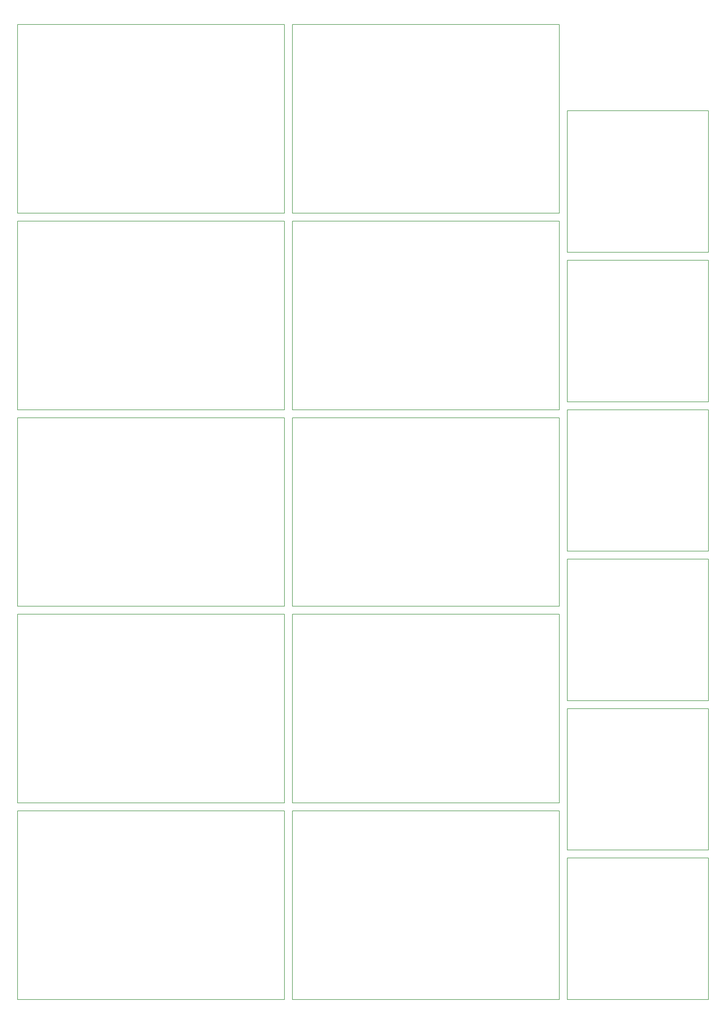
<source format=gbr>
G75*
G70*
%OFA0B0*%
%FSLAX25Y25*%
%IPPOS*%
%LPD*%
%AMOC8*
5,1,8,0,0,1.08239X$1,22.5*
%
%ADD19C,0.00550*%
X0000000Y0000000D02*
G75*
G01*
%LPD*%
X0000000Y0236220D02*
D19*
X0334650Y0236220D01*
X0334650Y0000000D01*
X0000000Y0000000D01*
X0000000Y0236220D01*
X0000000Y0246220D02*
G75*
G01*
%LPD*%
X0000000Y0482440D02*
D19*
X0334650Y0482440D01*
X0334650Y0246220D01*
X0000000Y0246220D01*
X0000000Y0482440D01*
X0344650Y0000000D02*
G75*
G01*
%LPD*%
X0344650Y0236220D02*
D19*
X0679300Y0236220D01*
X0679300Y0000000D01*
X0344650Y0000000D01*
X0344650Y0236220D01*
X0689300Y0000000D02*
G75*
G01*
%LPD*%
X0689300Y0177170D02*
D19*
X0866470Y0177170D01*
X0866470Y0000000D01*
X0689300Y0000000D01*
X0689300Y0177170D01*
X0000000Y0492440D02*
G75*
G01*
%LPD*%
X0000000Y0728660D02*
D19*
X0334650Y0728660D01*
X0334650Y0492440D01*
X0000000Y0492440D01*
X0000000Y0728660D01*
X0344650Y0246220D02*
G75*
G01*
%LPD*%
X0344650Y0482440D02*
D19*
X0679300Y0482440D01*
X0679300Y0246220D01*
X0344650Y0246220D01*
X0344650Y0482440D01*
X0000000Y0738660D02*
G75*
G01*
%LPD*%
X0000000Y0974880D02*
D19*
X0334650Y0974880D01*
X0334650Y0738660D01*
X0000000Y0738660D01*
X0000000Y0974880D01*
X0344650Y0492440D02*
G75*
G01*
%LPD*%
X0344650Y0728660D02*
D19*
X0679300Y0728660D01*
X0679300Y0492440D01*
X0344650Y0492440D01*
X0344650Y0728660D01*
X0689300Y0187170D02*
G75*
G01*
%LPD*%
X0689300Y0364340D02*
D19*
X0866470Y0364340D01*
X0866470Y0187170D01*
X0689300Y0187170D01*
X0689300Y0364340D01*
X0344650Y0738660D02*
G75*
G01*
%LPD*%
X0344650Y0974880D02*
D19*
X0679300Y0974880D01*
X0679300Y0738660D01*
X0344650Y0738660D01*
X0344650Y0974880D01*
X0689300Y0374340D02*
G75*
G01*
%LPD*%
X0689300Y0551510D02*
D19*
X0866470Y0551510D01*
X0866470Y0374340D01*
X0689300Y0374340D01*
X0689300Y0551510D01*
X0689300Y0561510D02*
G75*
G01*
%LPD*%
X0689300Y0738680D02*
D19*
X0866470Y0738680D01*
X0866470Y0561510D01*
X0689300Y0561510D01*
X0689300Y0738680D01*
X0000000Y0984880D02*
G75*
G01*
%LPD*%
X0000000Y1221100D02*
D19*
X0334650Y1221100D01*
X0334650Y0984880D01*
X0000000Y0984880D01*
X0000000Y1221100D01*
X0344650Y0984880D02*
G75*
G01*
%LPD*%
X0344650Y1221100D02*
D19*
X0679300Y1221100D01*
X0679300Y0984880D01*
X0344650Y0984880D01*
X0344650Y1221100D01*
X0689300Y0748680D02*
G75*
G01*
%LPD*%
X0689300Y0925850D02*
D19*
X0866470Y0925850D01*
X0866470Y0748680D01*
X0689300Y0748680D01*
X0689300Y0925850D01*
X0689300Y0935850D02*
G75*
G01*
%LPD*%
X0689300Y1113020D02*
D19*
X0866470Y1113020D01*
X0866470Y0935850D01*
X0689300Y0935850D01*
X0689300Y1113020D01*
M02*

</source>
